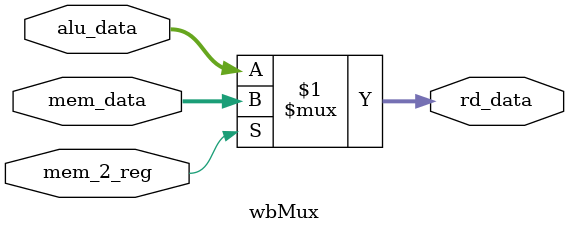
<source format=v>
module wbMux(
    input mem_2_reg,
    input [31:0] alu_data,
    input [31:0] mem_data,

    output [31:0] rd_data
);
    
    assign rd_data = mem_2_reg ? mem_data : alu_data;

endmodule

</source>
